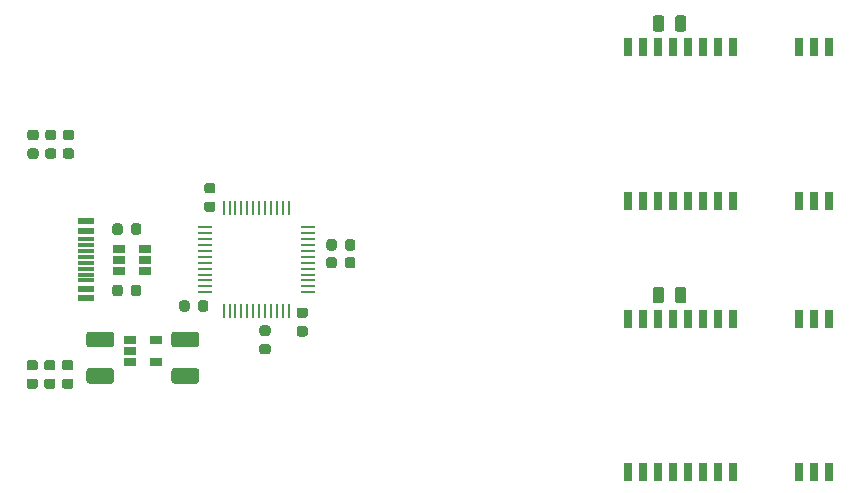
<source format=gbr>
G04 #@! TF.GenerationSoftware,KiCad,Pcbnew,5.1.8-db9833491~87~ubuntu20.04.1*
G04 #@! TF.CreationDate,2020-11-19T11:44:44+01:00*
G04 #@! TF.ProjectId,daisy,64616973-792e-46b6-9963-61645f706362,v1.0*
G04 #@! TF.SameCoordinates,Original*
G04 #@! TF.FileFunction,Paste,Top*
G04 #@! TF.FilePolarity,Positive*
%FSLAX46Y46*%
G04 Gerber Fmt 4.6, Leading zero omitted, Abs format (unit mm)*
G04 Created by KiCad (PCBNEW 5.1.8-db9833491~87~ubuntu20.04.1) date 2020-11-19 11:44:44*
%MOMM*%
%LPD*%
G01*
G04 APERTURE LIST*
%ADD10R,1.450000X0.300000*%
%ADD11R,1.450000X0.600000*%
%ADD12R,1.300000X0.250000*%
%ADD13R,0.250000X1.300000*%
%ADD14R,1.060000X0.650000*%
%ADD15R,0.750000X1.500000*%
G04 APERTURE END LIST*
D10*
X126625000Y-113250000D03*
X126625000Y-115250000D03*
X126625000Y-114750000D03*
X126625000Y-114250000D03*
X126625000Y-113750000D03*
X126625000Y-112750000D03*
X126625000Y-112250000D03*
X126625000Y-111750000D03*
D11*
X126625000Y-116750000D03*
X126625000Y-115950000D03*
X126625000Y-111050000D03*
X126625000Y-110250000D03*
X126625000Y-110250000D03*
X126625000Y-111050000D03*
X126625000Y-115950000D03*
X126625000Y-116750000D03*
D12*
X145350000Y-116250000D03*
X145350000Y-115750000D03*
X145350000Y-115250000D03*
X145350000Y-114750000D03*
X145350000Y-114250000D03*
X145350000Y-113750000D03*
X145350000Y-113250000D03*
X145350000Y-112750000D03*
X145350000Y-112250000D03*
X145350000Y-111750000D03*
X145350000Y-111250000D03*
X145350000Y-110750000D03*
D13*
X143750000Y-109150000D03*
X143250000Y-109150000D03*
X142750000Y-109150000D03*
X142250000Y-109150000D03*
X141750000Y-109150000D03*
X141250000Y-109150000D03*
X140750000Y-109150000D03*
X140250000Y-109150000D03*
X139750000Y-109150000D03*
X139250000Y-109150000D03*
X138750000Y-109150000D03*
X138250000Y-109150000D03*
D12*
X136650000Y-110750000D03*
X136650000Y-111250000D03*
X136650000Y-111750000D03*
X136650000Y-112250000D03*
X136650000Y-112750000D03*
X136650000Y-113250000D03*
X136650000Y-113750000D03*
X136650000Y-114250000D03*
X136650000Y-114750000D03*
X136650000Y-115250000D03*
X136650000Y-115750000D03*
X136650000Y-116250000D03*
D13*
X138250000Y-117850000D03*
X138750000Y-117850000D03*
X139250000Y-117850000D03*
X139750000Y-117850000D03*
X140250000Y-117850000D03*
X140750000Y-117850000D03*
X141250000Y-117850000D03*
X141750000Y-117850000D03*
X142250000Y-117850000D03*
X142750000Y-117850000D03*
X143250000Y-117850000D03*
X143750000Y-117850000D03*
G36*
G01*
X131275000Y-110643750D02*
X131275000Y-111156250D01*
G75*
G02*
X131056250Y-111375000I-218750J0D01*
G01*
X130618750Y-111375000D01*
G75*
G02*
X130400000Y-111156250I0J218750D01*
G01*
X130400000Y-110643750D01*
G75*
G02*
X130618750Y-110425000I218750J0D01*
G01*
X131056250Y-110425000D01*
G75*
G02*
X131275000Y-110643750I0J-218750D01*
G01*
G37*
G36*
G01*
X129700000Y-110643750D02*
X129700000Y-111156250D01*
G75*
G02*
X129481250Y-111375000I-218750J0D01*
G01*
X129043750Y-111375000D01*
G75*
G02*
X128825000Y-111156250I0J218750D01*
G01*
X128825000Y-110643750D01*
G75*
G02*
X129043750Y-110425000I218750J0D01*
G01*
X129481250Y-110425000D01*
G75*
G02*
X129700000Y-110643750I0J-218750D01*
G01*
G37*
G36*
G01*
X126874998Y-122665000D02*
X128725002Y-122665000D01*
G75*
G02*
X128975000Y-122914998I0J-249998D01*
G01*
X128975000Y-123740002D01*
G75*
G02*
X128725002Y-123990000I-249998J0D01*
G01*
X126874998Y-123990000D01*
G75*
G02*
X126625000Y-123740002I0J249998D01*
G01*
X126625000Y-122914998D01*
G75*
G02*
X126874998Y-122665000I249998J0D01*
G01*
G37*
G36*
G01*
X126874998Y-119590000D02*
X128725002Y-119590000D01*
G75*
G02*
X128975000Y-119839998I0J-249998D01*
G01*
X128975000Y-120665002D01*
G75*
G02*
X128725002Y-120915000I-249998J0D01*
G01*
X126874998Y-120915000D01*
G75*
G02*
X126625000Y-120665002I0J249998D01*
G01*
X126625000Y-119839998D01*
G75*
G02*
X126874998Y-119590000I249998J0D01*
G01*
G37*
G36*
G01*
X134074998Y-119587500D02*
X135925002Y-119587500D01*
G75*
G02*
X136175000Y-119837498I0J-249998D01*
G01*
X136175000Y-120662502D01*
G75*
G02*
X135925002Y-120912500I-249998J0D01*
G01*
X134074998Y-120912500D01*
G75*
G02*
X133825000Y-120662502I0J249998D01*
G01*
X133825000Y-119837498D01*
G75*
G02*
X134074998Y-119587500I249998J0D01*
G01*
G37*
G36*
G01*
X134074998Y-122662500D02*
X135925002Y-122662500D01*
G75*
G02*
X136175000Y-122912498I0J-249998D01*
G01*
X136175000Y-123737502D01*
G75*
G02*
X135925002Y-123987500I-249998J0D01*
G01*
X134074998Y-123987500D01*
G75*
G02*
X133825000Y-123737502I0J249998D01*
G01*
X133825000Y-122912498D01*
G75*
G02*
X134074998Y-122662500I249998J0D01*
G01*
G37*
G36*
G01*
X135370000Y-117153750D02*
X135370000Y-117666250D01*
G75*
G02*
X135151250Y-117885000I-218750J0D01*
G01*
X134713750Y-117885000D01*
G75*
G02*
X134495000Y-117666250I0J218750D01*
G01*
X134495000Y-117153750D01*
G75*
G02*
X134713750Y-116935000I218750J0D01*
G01*
X135151250Y-116935000D01*
G75*
G02*
X135370000Y-117153750I0J-218750D01*
G01*
G37*
G36*
G01*
X136945000Y-117153750D02*
X136945000Y-117666250D01*
G75*
G02*
X136726250Y-117885000I-218750J0D01*
G01*
X136288750Y-117885000D01*
G75*
G02*
X136070000Y-117666250I0J218750D01*
G01*
X136070000Y-117153750D01*
G75*
G02*
X136288750Y-116935000I218750J0D01*
G01*
X136726250Y-116935000D01*
G75*
G02*
X136945000Y-117153750I0J-218750D01*
G01*
G37*
G36*
G01*
X144653750Y-117545000D02*
X145166250Y-117545000D01*
G75*
G02*
X145385000Y-117763750I0J-218750D01*
G01*
X145385000Y-118201250D01*
G75*
G02*
X145166250Y-118420000I-218750J0D01*
G01*
X144653750Y-118420000D01*
G75*
G02*
X144435000Y-118201250I0J218750D01*
G01*
X144435000Y-117763750D01*
G75*
G02*
X144653750Y-117545000I218750J0D01*
G01*
G37*
G36*
G01*
X144653750Y-119120000D02*
X145166250Y-119120000D01*
G75*
G02*
X145385000Y-119338750I0J-218750D01*
G01*
X145385000Y-119776250D01*
G75*
G02*
X145166250Y-119995000I-218750J0D01*
G01*
X144653750Y-119995000D01*
G75*
G02*
X144435000Y-119776250I0J218750D01*
G01*
X144435000Y-119338750D01*
G75*
G02*
X144653750Y-119120000I218750J0D01*
G01*
G37*
G36*
G01*
X137336250Y-107870000D02*
X136823750Y-107870000D01*
G75*
G02*
X136605000Y-107651250I0J218750D01*
G01*
X136605000Y-107213750D01*
G75*
G02*
X136823750Y-106995000I218750J0D01*
G01*
X137336250Y-106995000D01*
G75*
G02*
X137555000Y-107213750I0J-218750D01*
G01*
X137555000Y-107651250D01*
G75*
G02*
X137336250Y-107870000I-218750J0D01*
G01*
G37*
G36*
G01*
X137336250Y-109445000D02*
X136823750Y-109445000D01*
G75*
G02*
X136605000Y-109226250I0J218750D01*
G01*
X136605000Y-108788750D01*
G75*
G02*
X136823750Y-108570000I218750J0D01*
G01*
X137336250Y-108570000D01*
G75*
G02*
X137555000Y-108788750I0J-218750D01*
G01*
X137555000Y-109226250D01*
G75*
G02*
X137336250Y-109445000I-218750J0D01*
G01*
G37*
G36*
G01*
X146945000Y-112496250D02*
X146945000Y-111983750D01*
G75*
G02*
X147163750Y-111765000I218750J0D01*
G01*
X147601250Y-111765000D01*
G75*
G02*
X147820000Y-111983750I0J-218750D01*
G01*
X147820000Y-112496250D01*
G75*
G02*
X147601250Y-112715000I-218750J0D01*
G01*
X147163750Y-112715000D01*
G75*
G02*
X146945000Y-112496250I0J218750D01*
G01*
G37*
G36*
G01*
X148520000Y-112496250D02*
X148520000Y-111983750D01*
G75*
G02*
X148738750Y-111765000I218750J0D01*
G01*
X149176250Y-111765000D01*
G75*
G02*
X149395000Y-111983750I0J-218750D01*
G01*
X149395000Y-112496250D01*
G75*
G02*
X149176250Y-112715000I-218750J0D01*
G01*
X148738750Y-112715000D01*
G75*
G02*
X148520000Y-112496250I0J218750D01*
G01*
G37*
G36*
G01*
X146945000Y-114006250D02*
X146945000Y-113493750D01*
G75*
G02*
X147163750Y-113275000I218750J0D01*
G01*
X147601250Y-113275000D01*
G75*
G02*
X147820000Y-113493750I0J-218750D01*
G01*
X147820000Y-114006250D01*
G75*
G02*
X147601250Y-114225000I-218750J0D01*
G01*
X147163750Y-114225000D01*
G75*
G02*
X146945000Y-114006250I0J218750D01*
G01*
G37*
G36*
G01*
X148520000Y-114006250D02*
X148520000Y-113493750D01*
G75*
G02*
X148738750Y-113275000I218750J0D01*
G01*
X149176250Y-113275000D01*
G75*
G02*
X149395000Y-113493750I0J-218750D01*
G01*
X149395000Y-114006250D01*
G75*
G02*
X149176250Y-114225000I-218750J0D01*
G01*
X148738750Y-114225000D01*
G75*
G02*
X148520000Y-114006250I0J218750D01*
G01*
G37*
G36*
G01*
X129700000Y-115843750D02*
X129700000Y-116356250D01*
G75*
G02*
X129481250Y-116575000I-218750J0D01*
G01*
X129043750Y-116575000D01*
G75*
G02*
X128825000Y-116356250I0J218750D01*
G01*
X128825000Y-115843750D01*
G75*
G02*
X129043750Y-115625000I218750J0D01*
G01*
X129481250Y-115625000D01*
G75*
G02*
X129700000Y-115843750I0J-218750D01*
G01*
G37*
G36*
G01*
X131275000Y-115843750D02*
X131275000Y-116356250D01*
G75*
G02*
X131056250Y-116575000I-218750J0D01*
G01*
X130618750Y-116575000D01*
G75*
G02*
X130400000Y-116356250I0J218750D01*
G01*
X130400000Y-115843750D01*
G75*
G02*
X130618750Y-115625000I218750J0D01*
G01*
X131056250Y-115625000D01*
G75*
G02*
X131275000Y-115843750I0J-218750D01*
G01*
G37*
G36*
G01*
X141493750Y-119055000D02*
X142006250Y-119055000D01*
G75*
G02*
X142225000Y-119273750I0J-218750D01*
G01*
X142225000Y-119711250D01*
G75*
G02*
X142006250Y-119930000I-218750J0D01*
G01*
X141493750Y-119930000D01*
G75*
G02*
X141275000Y-119711250I0J218750D01*
G01*
X141275000Y-119273750D01*
G75*
G02*
X141493750Y-119055000I218750J0D01*
G01*
G37*
G36*
G01*
X141493750Y-120630000D02*
X142006250Y-120630000D01*
G75*
G02*
X142225000Y-120848750I0J-218750D01*
G01*
X142225000Y-121286250D01*
G75*
G02*
X142006250Y-121505000I-218750J0D01*
G01*
X141493750Y-121505000D01*
G75*
G02*
X141275000Y-121286250I0J218750D01*
G01*
X141275000Y-120848750D01*
G75*
G02*
X141493750Y-120630000I218750J0D01*
G01*
G37*
G36*
G01*
X122366250Y-104945000D02*
X121853750Y-104945000D01*
G75*
G02*
X121635000Y-104726250I0J218750D01*
G01*
X121635000Y-104288750D01*
G75*
G02*
X121853750Y-104070000I218750J0D01*
G01*
X122366250Y-104070000D01*
G75*
G02*
X122585000Y-104288750I0J-218750D01*
G01*
X122585000Y-104726250D01*
G75*
G02*
X122366250Y-104945000I-218750J0D01*
G01*
G37*
G36*
G01*
X122366250Y-103370000D02*
X121853750Y-103370000D01*
G75*
G02*
X121635000Y-103151250I0J218750D01*
G01*
X121635000Y-102713750D01*
G75*
G02*
X121853750Y-102495000I218750J0D01*
G01*
X122366250Y-102495000D01*
G75*
G02*
X122585000Y-102713750I0J-218750D01*
G01*
X122585000Y-103151250D01*
G75*
G02*
X122366250Y-103370000I-218750J0D01*
G01*
G37*
G36*
G01*
X123866250Y-103370000D02*
X123353750Y-103370000D01*
G75*
G02*
X123135000Y-103151250I0J218750D01*
G01*
X123135000Y-102713750D01*
G75*
G02*
X123353750Y-102495000I218750J0D01*
G01*
X123866250Y-102495000D01*
G75*
G02*
X124085000Y-102713750I0J-218750D01*
G01*
X124085000Y-103151250D01*
G75*
G02*
X123866250Y-103370000I-218750J0D01*
G01*
G37*
G36*
G01*
X123866250Y-104945000D02*
X123353750Y-104945000D01*
G75*
G02*
X123135000Y-104726250I0J218750D01*
G01*
X123135000Y-104288750D01*
G75*
G02*
X123353750Y-104070000I218750J0D01*
G01*
X123866250Y-104070000D01*
G75*
G02*
X124085000Y-104288750I0J-218750D01*
G01*
X124085000Y-104726250D01*
G75*
G02*
X123866250Y-104945000I-218750J0D01*
G01*
G37*
G36*
G01*
X125366250Y-104945000D02*
X124853750Y-104945000D01*
G75*
G02*
X124635000Y-104726250I0J218750D01*
G01*
X124635000Y-104288750D01*
G75*
G02*
X124853750Y-104070000I218750J0D01*
G01*
X125366250Y-104070000D01*
G75*
G02*
X125585000Y-104288750I0J-218750D01*
G01*
X125585000Y-104726250D01*
G75*
G02*
X125366250Y-104945000I-218750J0D01*
G01*
G37*
G36*
G01*
X125366250Y-103370000D02*
X124853750Y-103370000D01*
G75*
G02*
X124635000Y-103151250I0J218750D01*
G01*
X124635000Y-102713750D01*
G75*
G02*
X124853750Y-102495000I218750J0D01*
G01*
X125366250Y-102495000D01*
G75*
G02*
X125585000Y-102713750I0J-218750D01*
G01*
X125585000Y-103151250D01*
G75*
G02*
X125366250Y-103370000I-218750J0D01*
G01*
G37*
G36*
G01*
X124783750Y-123560000D02*
X125296250Y-123560000D01*
G75*
G02*
X125515000Y-123778750I0J-218750D01*
G01*
X125515000Y-124216250D01*
G75*
G02*
X125296250Y-124435000I-218750J0D01*
G01*
X124783750Y-124435000D01*
G75*
G02*
X124565000Y-124216250I0J218750D01*
G01*
X124565000Y-123778750D01*
G75*
G02*
X124783750Y-123560000I218750J0D01*
G01*
G37*
G36*
G01*
X124783750Y-121985000D02*
X125296250Y-121985000D01*
G75*
G02*
X125515000Y-122203750I0J-218750D01*
G01*
X125515000Y-122641250D01*
G75*
G02*
X125296250Y-122860000I-218750J0D01*
G01*
X124783750Y-122860000D01*
G75*
G02*
X124565000Y-122641250I0J218750D01*
G01*
X124565000Y-122203750D01*
G75*
G02*
X124783750Y-121985000I218750J0D01*
G01*
G37*
D14*
X130300000Y-120250000D03*
X130300000Y-121200000D03*
X130300000Y-122150000D03*
X132500000Y-122150000D03*
X132500000Y-120250000D03*
X131600000Y-114450000D03*
X131600000Y-113500000D03*
X131600000Y-112550000D03*
X129400000Y-112550000D03*
X129400000Y-114450000D03*
X129400000Y-113500000D03*
G36*
G01*
X123273750Y-121985000D02*
X123786250Y-121985000D01*
G75*
G02*
X124005000Y-122203750I0J-218750D01*
G01*
X124005000Y-122641250D01*
G75*
G02*
X123786250Y-122860000I-218750J0D01*
G01*
X123273750Y-122860000D01*
G75*
G02*
X123055000Y-122641250I0J218750D01*
G01*
X123055000Y-122203750D01*
G75*
G02*
X123273750Y-121985000I218750J0D01*
G01*
G37*
G36*
G01*
X123273750Y-123560000D02*
X123786250Y-123560000D01*
G75*
G02*
X124005000Y-123778750I0J-218750D01*
G01*
X124005000Y-124216250D01*
G75*
G02*
X123786250Y-124435000I-218750J0D01*
G01*
X123273750Y-124435000D01*
G75*
G02*
X123055000Y-124216250I0J218750D01*
G01*
X123055000Y-123778750D01*
G75*
G02*
X123273750Y-123560000I218750J0D01*
G01*
G37*
G36*
G01*
X121783750Y-123560000D02*
X122296250Y-123560000D01*
G75*
G02*
X122515000Y-123778750I0J-218750D01*
G01*
X122515000Y-124216250D01*
G75*
G02*
X122296250Y-124435000I-218750J0D01*
G01*
X121783750Y-124435000D01*
G75*
G02*
X121565000Y-124216250I0J218750D01*
G01*
X121565000Y-123778750D01*
G75*
G02*
X121783750Y-123560000I218750J0D01*
G01*
G37*
G36*
G01*
X121783750Y-121985000D02*
X122296250Y-121985000D01*
G75*
G02*
X122515000Y-122203750I0J-218750D01*
G01*
X122515000Y-122641250D01*
G75*
G02*
X122296250Y-122860000I-218750J0D01*
G01*
X121783750Y-122860000D01*
G75*
G02*
X121565000Y-122641250I0J218750D01*
G01*
X121565000Y-122203750D01*
G75*
G02*
X121783750Y-121985000I218750J0D01*
G01*
G37*
G36*
G01*
X174575000Y-93956250D02*
X174575000Y-93043750D01*
G75*
G02*
X174818750Y-92800000I243750J0D01*
G01*
X175306250Y-92800000D01*
G75*
G02*
X175550000Y-93043750I0J-243750D01*
G01*
X175550000Y-93956250D01*
G75*
G02*
X175306250Y-94200000I-243750J0D01*
G01*
X174818750Y-94200000D01*
G75*
G02*
X174575000Y-93956250I0J243750D01*
G01*
G37*
G36*
G01*
X176450000Y-93956250D02*
X176450000Y-93043750D01*
G75*
G02*
X176693750Y-92800000I243750J0D01*
G01*
X177181250Y-92800000D01*
G75*
G02*
X177425000Y-93043750I0J-243750D01*
G01*
X177425000Y-93956250D01*
G75*
G02*
X177181250Y-94200000I-243750J0D01*
G01*
X176693750Y-94200000D01*
G75*
G02*
X176450000Y-93956250I0J243750D01*
G01*
G37*
G36*
G01*
X176450000Y-116956250D02*
X176450000Y-116043750D01*
G75*
G02*
X176693750Y-115800000I243750J0D01*
G01*
X177181250Y-115800000D01*
G75*
G02*
X177425000Y-116043750I0J-243750D01*
G01*
X177425000Y-116956250D01*
G75*
G02*
X177181250Y-117200000I-243750J0D01*
G01*
X176693750Y-117200000D01*
G75*
G02*
X176450000Y-116956250I0J243750D01*
G01*
G37*
G36*
G01*
X174575000Y-116956250D02*
X174575000Y-116043750D01*
G75*
G02*
X174818750Y-115800000I243750J0D01*
G01*
X175306250Y-115800000D01*
G75*
G02*
X175550000Y-116043750I0J-243750D01*
G01*
X175550000Y-116956250D01*
G75*
G02*
X175306250Y-117200000I-243750J0D01*
G01*
X174818750Y-117200000D01*
G75*
G02*
X174575000Y-116956250I0J243750D01*
G01*
G37*
D15*
X189500000Y-108500000D03*
X188230000Y-108500000D03*
X186960000Y-108500000D03*
X181390000Y-108500000D03*
X180120000Y-108500000D03*
X178850000Y-108500000D03*
X177580000Y-108500000D03*
X176310000Y-108500000D03*
X175040000Y-108500000D03*
X173770000Y-108500000D03*
X172500000Y-108500000D03*
X172500000Y-95500000D03*
X173770000Y-95500000D03*
X175040000Y-95500000D03*
X176310000Y-95500000D03*
X177580000Y-95500000D03*
X178850000Y-95500000D03*
X180120000Y-95500000D03*
X181390000Y-95500000D03*
X186960000Y-95500000D03*
X188230000Y-95500000D03*
X189500000Y-95500000D03*
X189500000Y-118500000D03*
X188230000Y-118500000D03*
X186960000Y-118500000D03*
X181390000Y-118500000D03*
X180120000Y-118500000D03*
X178850000Y-118500000D03*
X177580000Y-118500000D03*
X176310000Y-118500000D03*
X175040000Y-118500000D03*
X173770000Y-118500000D03*
X172500000Y-118500000D03*
X172500000Y-131500000D03*
X173770000Y-131500000D03*
X175040000Y-131500000D03*
X176310000Y-131500000D03*
X177580000Y-131500000D03*
X178850000Y-131500000D03*
X180120000Y-131500000D03*
X181390000Y-131500000D03*
X186960000Y-131500000D03*
X188230000Y-131500000D03*
X189500000Y-131500000D03*
M02*

</source>
